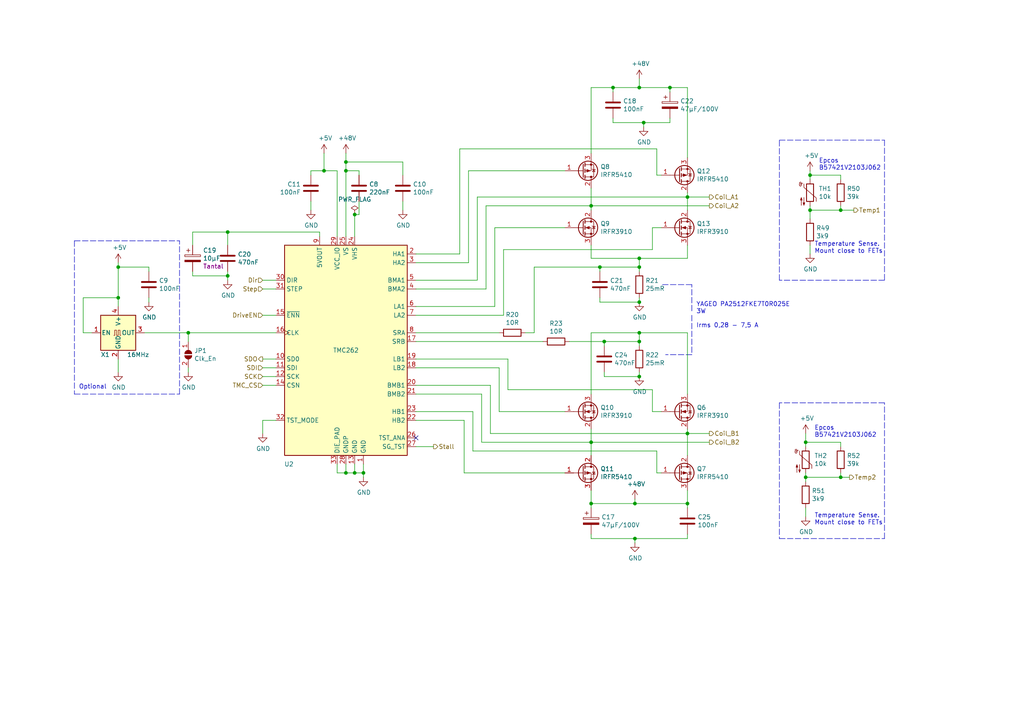
<source format=kicad_sch>
(kicad_sch (version 20211123) (generator eeschema)
  (paper "A4")
  (title_block (title "High Power Stepper Driver") (date "2019-12-19") (rev "1.0") (company "fordprfkt@googlemail.com") (comment 1 "Daniel Walter"))
  (lib_symbols
    (symbol "Device:C" (pin_numbers hide) (pin_names (offset 0.254))
      (property "Reference" "C" (at 0.635 2.54 0))
      (property "Value" "C" (at 0.635 -2.54 0))
      (symbol "C_0_1"
        (polyline (pts (xy -2.032 -0.762) (xy 2.032 -0.762)) (stroke (width 0.508)))
        (polyline (pts (xy -2.032 0.762) (xy 2.032 0.762)) (stroke (width 0.508)))
      )
      (symbol "C_1_1"
        (pin passive line (at 0 3.81 270) (length 2.794) (name "~") (number "1"))
        (pin passive line (at 0 -3.81 90) (length 2.794) (name "~") (number "2"))
      )
    )
    (symbol "Device:C_Polarized" (pin_numbers hide) (pin_names (offset 0.254))
      (property "Reference" "C" (at 0.635 2.54 0))
      (property "Value" "C_Polarized" (at 0.635 -2.54 0))
      (symbol "C_Polarized_0_1"
        (rectangle (start -2.286 0.508) (end 2.286 1.016))
        (polyline (pts (xy -1.778 2.286) (xy -0.762 2.286)))
        (polyline (pts (xy -1.27 2.794) (xy -1.27 1.778)))
        (rectangle (start 2.286 -0.508) (end -2.286 -1.016) (fill (type outline)))
      )
      (symbol "C_Polarized_1_1"
        (pin passive line (at 0 3.81 270) (length 2.794) (name "~") (number "1"))
        (pin passive line (at 0 -3.81 90) (length 2.794) (name "~") (number "2"))
      )
    )
    (symbol "Device:Q_NMOS_GDS" (pin_names (offset 0) hide)
      (property "Reference" "Q" (at 5.08 1.27 0))
      (property "Value" "Q_NMOS_GDS" (at 5.08 -1.27 0))
      (symbol "Q_NMOS_GDS_0_1"
        (polyline (pts (xy 0.254 0) (xy -2.54 0)))
        (polyline (pts (xy 0.254 1.905) (xy 0.254 -1.905)) (stroke (width 0.254)))
        (polyline (pts (xy 0.762 -1.27) (xy 0.762 -2.286)) (stroke (width 0.254)))
        (polyline (pts (xy 0.762 0.508) (xy 0.762 -0.508)) (stroke (width 0.254)))
        (polyline (pts (xy 0.762 2.286) (xy 0.762 1.27)) (stroke (width 0.254)))
        (polyline (pts (xy 2.54 2.54) (xy 2.54 1.778)))
        (polyline (pts (xy 2.54 -2.54) (xy 2.54 0) (xy 0.762 0)))
        (polyline (pts (xy 0.762 -1.778) (xy 3.302 -1.778) (xy 3.302 1.778) (xy 0.762 1.778)))
        (polyline (pts (xy 1.016 0) (xy 2.032 0.381) (xy 2.032 -0.381) (xy 1.016 0)) (fill (type outline)))
        (polyline (pts (xy 2.794 0.508) (xy 2.921 0.381) (xy 3.683 0.381) (xy 3.81 0.254)))
        (polyline (pts (xy 3.302 0.381) (xy 2.921 -0.254) (xy 3.683 -0.254) (xy 3.302 0.381)))
        (circle (center 1.651 0) (radius 2.794) (stroke (width 0.254)))
        (circle (center 2.54 -1.778) (radius 0.254) (fill (type outline)))
        (circle (center 2.54 1.778) (radius 0.254) (fill (type outline)))
      )
      (symbol "Q_NMOS_GDS_1_1"
        (pin input line (at -5.08 0 0) (length 2.54) (name "G") (number "1"))
        (pin passive line (at 2.54 5.08 270) (length 2.54) (name "D") (number "2"))
        (pin passive line (at 2.54 -5.08 90) (length 2.54) (name "S") (number "3"))
      )
    )
    (symbol "Device:Q_PMOS_GDS" (pin_names (offset 0) hide)
      (property "Reference" "Q" (at 5.08 1.27 0))
      (property "Value" "Q_PMOS_GDS" (at 5.08 -1.27 0))
      (symbol "Q_PMOS_GDS_0_1"
        (polyline (pts (xy 0.254 0) (xy -2.54 0)))
        (polyline (pts (xy 0.254 1.905) (xy 0.254 -1.905)) (stroke (width 0.254)))
        (polyline (pts (xy 0.762 -1.27) (xy 0.762 -2.286)) (stroke (width 0.254)))
        (polyline (pts (xy 0.762 0.508) (xy 0.762 -0.508)) (stroke (width 0.254)))
        (polyline (pts (xy 0.762 2.286) (xy 0.762 1.27)) (stroke (width 0.254)))
        (polyline (pts (xy 2.54 2.54) (xy 2.54 1.778)))
        (polyline (pts (xy 2.54 -2.54) (xy 2.54 0) (xy 0.762 0)))
        (polyline (pts (xy 0.762 1.778) (xy 3.302 1.778) (xy 3.302 -1.778) (xy 0.762 -1.778)))
        (polyline (pts (xy 2.286 0) (xy 1.27 0.381) (xy 1.27 -0.381) (xy 2.286 0)) (fill (type outline)))
        (polyline (pts (xy 2.794 -0.508) (xy 2.921 -0.381) (xy 3.683 -0.381) (xy 3.81 -0.254)))
        (polyline (pts (xy 3.302 -0.381) (xy 2.921 0.254) (xy 3.683 0.254) (xy 3.302 -0.381)))
        (circle (center 1.651 0) (radius 2.794) (stroke (width 0.254)))
        (circle (center 2.54 -1.778) (radius 0.254) (fill (type outline)))
        (circle (center 2.54 1.778) (radius 0.254) (fill (type outline)))
      )
      (symbol "Q_PMOS_GDS_1_1"
        (pin input line (at -5.08 0 0) (length 2.54) (name "G") (number "1"))
        (pin passive line (at 2.54 5.08 270) (length 2.54) (name "D") (number "2"))
        (pin passive line (at 2.54 -5.08 90) (length 2.54) (name "S") (number "3"))
      )
    )
    (symbol "Device:R" (pin_numbers hide) (pin_names (offset 0))
      (property "Reference" "R" (at 2.032 0 90))
      (property "Value" "R" (at 0 0 90))
      (symbol "R_0_1"
        (rectangle (start -1.016 -2.54) (end 1.016 2.54) (stroke (width 0.254)))
      )
      (symbol "R_1_1"
        (pin passive line (at 0 3.81 270) (length 1.27) (name "~") (number "1"))
        (pin passive line (at 0 -3.81 90) (length 1.27) (name "~") (number "2"))
      )
    )
    (symbol "Device:Thermistor_NTC" (pin_numbers hide) (pin_names (offset 0))
      (property "Reference" "TH" (at -4.445 0 90))
      (property "Value" "Thermistor_NTC" (at 3.175 0 90))
      (symbol "Thermistor_NTC_0_1"
        (arc (start -3.048 2.159) (mid -3.0505 2.3165) (end -3.175 2.413))
        (arc (start -3.048 2.159) (mid -2.9736 1.9794) (end -2.794 1.905))
        (arc (start -3.048 2.794) (mid -2.9736 2.6144) (end -2.794 2.54))
        (arc (start -2.794 1.905) (mid -2.6144 1.9794) (end -2.54 2.159))
        (arc (start -2.794 2.54) (mid -2.434 2.5608) (end -2.159 2.794))
        (arc (start -2.794 3.048) (mid -2.9736 2.9736) (end -3.048 2.794))
        (arc (start -2.54 2.794) (mid -2.6144 2.9736) (end -2.794 3.048))
        (rectangle (start -1.016 2.54) (end 1.016 -2.54) (stroke (width 0.254)))
        (polyline (pts (xy -2.54 2.159) (xy -2.54 2.794)))
        (polyline (pts (xy -1.778 2.54) (xy -1.778 1.524) (xy 1.778 -1.524) (xy 1.778 -2.54)))
        (polyline (pts (xy -2.54 -3.683) (xy -2.54 -1.397) (xy -2.794 -2.159) (xy -2.286 -2.159) (xy -2.54 -1.397) (xy -2.54 -1.651)) (fill (type outline)))
        (polyline (pts (xy -1.778 -1.397) (xy -1.778 -3.683) (xy -2.032 -2.921) (xy -1.524 -2.921) (xy -1.778 -3.683) (xy -1.778 -3.429)) (fill (type outline)))
      )
      (symbol "Thermistor_NTC_1_1"
        (pin passive line (at 0 3.81 270) (length 1.27) (name "~") (number "1"))
        (pin passive line (at 0 -3.81 90) (length 1.27) (name "~") (number "2"))
      )
    )
    (symbol "Driver_Motor:TMC262"
      (property "Reference" "U" (at 0 0 0))
      (property "Value" "TMC262" (at 0 2.54 0))
      (symbol "TMC262_0_1"
        (rectangle (start -17.78 30.48) (end 17.78 -30.48) (stroke (width 0.254)) (fill (type background)))
      )
      (symbol "TMC262_1_1"
        (pin power_in line (at 5.08 -33.02 90) (length 2.54) (name "GND") (number "1"))
        (pin tri_state line (at -20.32 -2.54 0) (length 2.54) (name "SD0") (number "10"))
        (pin input line (at -20.32 -5.08 0) (length 2.54) (name "SDI") (number "11"))
        (pin input line (at -20.32 -7.62 0) (length 2.54) (name "SCK") (number "12"))
        (pin power_in line (at 2.54 -33.02 90) (length 2.54) (name "GND") (number "13"))
        (pin input line (at -20.32 -10.16 0) (length 2.54) (name "CSN") (number "14"))
        (pin input line (at -20.32 10.16 0) (length 2.54) (name "~{ENN}") (number "15"))
        (pin input clock (at -20.32 5.08 0) (length 2.54) (name "CLK") (number "16"))
        (pin input line (at 20.32 2.54 180) (length 2.54) (name "SRB") (number "17"))
        (pin output line (at 20.32 -5.08 180) (length 2.54) (name "LB2") (number "18"))
        (pin output line (at 20.32 -2.54 180) (length 2.54) (name "LB1") (number "19"))
        (pin output line (at 20.32 27.94 180) (length 2.54) (name "HA1") (number "2"))
        (pin input line (at 20.32 -10.16 180) (length 2.54) (name "BMB1") (number "20"))
        (pin input line (at 20.32 -12.7 180) (length 2.54) (name "BMB2") (number "21"))
        (pin output line (at 20.32 -20.32 180) (length 2.54) (name "HB2") (number "22"))
        (pin output line (at 20.32 -17.78 180) (length 2.54) (name "HB1") (number "23"))
        (pin power_in line (at 2.54 33.02 270) (length 2.54) (name "VHS") (number "24"))
        (pin power_in line (at 0 33.02 270) (length 2.54) (name "VS") (number "25"))
        (pin output line (at 20.32 -25.4 180) (length 2.54) (name "TST_ANA") (number "26"))
        (pin output line (at 20.32 -27.94 180) (length 2.54) (name "SG_TST") (number "27"))
        (pin power_in line (at 0 -33.02 90) (length 2.54) (name "GNDP") (number "28"))
        (pin power_in line (at -2.54 33.02 270) (length 2.54) (name "VCC_IO") (number "29"))
        (pin output line (at 20.32 25.4 180) (length 2.54) (name "HA2") (number "3"))
        (pin input line (at -20.32 20.32 0) (length 2.54) (name "DIR") (number "30"))
        (pin input line (at -20.32 17.78 0) (length 2.54) (name "STEP") (number "31"))
        (pin input line (at -20.32 -20.32 0) (length 2.54) (name "TST_MODE") (number "32"))
        (pin input line (at -2.54 -33.02 90) (length 2.54) (name "DIE_PAD") (number "33"))
        (pin input line (at 20.32 17.78 180) (length 2.54) (name "BMA2") (number "4"))
        (pin input line (at 20.32 20.32 180) (length 2.54) (name "BMA1") (number "5"))
        (pin output line (at 20.32 12.7 180) (length 2.54) (name "LA1") (number "6"))
        (pin output line (at 20.32 10.16 180) (length 2.54) (name "LA2") (number "7"))
        (pin input line (at 20.32 5.08 180) (length 2.54) (name "SRA") (number "8"))
        (pin power_out line (at -7.62 33.02 270) (length 2.54) (name "5VOUT") (number "9"))
      )
    )
    (symbol "Jumper:SolderJumper_2_Open" (pin_names (offset 0) hide)
      (property "Reference" "JP" (at 0 2.032 0))
      (property "Value" "SolderJumper_2_Open" (at 0 -2.54 0))
      (symbol "SolderJumper_2_Open_0_1"
        (arc (start -0.254 1.016) (mid -1.27 0) (end -0.254 -1.016))
        (arc (start -0.254 1.016) (mid -1.27 0) (end -0.254 -1.016) (fill (type outline)))
        (polyline (pts (xy -0.254 1.016) (xy -0.254 -1.016)))
        (polyline (pts (xy 0.254 1.016) (xy 0.254 -1.016)))
        (arc (start 0.254 -1.016) (mid 1.27 0) (end 0.254 1.016))
        (arc (start 0.254 -1.016) (mid 1.27 0) (end 0.254 1.016) (fill (type outline)))
      )
      (symbol "SolderJumper_2_Open_1_1"
        (pin passive line (at -3.81 0 0) (length 2.54) (name "A") (number "1"))
        (pin passive line (at 3.81 0 180) (length 2.54) (name "B") (number "2"))
      )
    )
    (symbol "Oscillator:XO91" (pin_names (offset 0.254))
      (property "Reference" "X" (at -5.08 6.35 0))
      (property "Value" "XO91" (at 1.27 -6.35 0))
      (symbol "XO91_0_1"
        (rectangle (start -5.08 5.08) (end 5.08 -5.08) (stroke (width 0.254)) (fill (type background)))
        (polyline (pts (xy 0.762 -0.762) (xy 0.508 -0.762) (xy 0.508 0.762) (xy 0 0.762) (xy 0 -0.762) (xy -0.508 -0.762) (xy -0.508 0.762) (xy -1.016 0.762) (xy -1.016 -0.762) (xy -1.27 -0.762)))
      )
      (symbol "XO91_1_1"
        (pin input line (at -7.62 0 0) (length 2.54) (name "EN") (number "1"))
        (pin power_in line (at 0 -7.62 90) (length 2.54) (name "GND") (number "2"))
        (pin output line (at 7.62 0 180) (length 2.54) (name "OUT") (number "3"))
        (pin power_in line (at 0 7.62 270) (length 2.54) (name "V+") (number "4"))
      )
    )
    (symbol "power:+48V" (power) (pin_names (offset 0))
      (property "Value" "+48V" (at 0 3.556 0))
      (symbol "+48V_0_1"
        (polyline (pts (xy -0.762 1.27) (xy 0 2.54)))
        (polyline (pts (xy 0 0) (xy 0 2.54)))
        (polyline (pts (xy 0 2.54) (xy 0.762 1.27)))
      )
      (symbol "+48V_1_1"
        (pin power_in line (at 0 0 90) (length 0) hide (name "+48V") (number "1"))
      )
    )
    (symbol "power:+5V" (power) (pin_names (offset 0))
      (property "Value" "+5V" (at 0 3.556 0))
      (symbol "+5V_0_1"
        (polyline (pts (xy -0.762 1.27) (xy 0 2.54)))
        (polyline (pts (xy 0 0) (xy 0 2.54)))
        (polyline (pts (xy 0 2.54) (xy 0.762 1.27)))
      )
      (symbol "+5V_1_1"
        (pin power_in line (at 0 0 90) (length 0) hide (name "+5V") (number "1"))
      )
    )
    (symbol "power:GND" (power) (pin_names (offset 0))
      (property "Value" "GND" (at 0 -3.81 0))
      (symbol "GND_0_1"
        (polyline (pts (xy 0 0) (xy 0 -1.27) (xy 1.27 -1.27) (xy 0 -2.54) (xy -1.27 -1.27) (xy 0 -1.27)))
      )
      (symbol "GND_1_1"
        (pin power_in line (at 0 0 270) (length 0) hide (name "GND") (number "1"))
      )
    )
    (symbol "power:PWR_FLAG" (power) (pin_numbers hide) (pin_names (offset 0) hide)
      (property "Value" "PWR_FLAG" (at 0 3.81 0))
      (symbol "PWR_FLAG_0_0"
        (pin power_out line (at 0 0 90) (length 0) (name "pwr") (number "1"))
      )
      (symbol "PWR_FLAG_0_1"
        (polyline (pts (xy 0 0) (xy 0 1.27) (xy -1.016 1.905) (xy 0 2.54) (xy 1.016 1.905) (xy 0 1.27)))
      )
    )
  )
  (junction (at 34.29 86.36))
  (junction (at 185.42 77.47))
  (junction (at 100.33 49.53))
  (junction (at 234.95 50.8))
  (junction (at 105.41 137.16))
  (junction (at 243.84 60.96))
  (junction (at 194.31 25.4))
  (junction (at 34.29 77.47))
  (junction (at 185.42 87.63))
  (junction (at 234.95 60.96))
  (junction (at 175.26 99.06))
  (junction (at 66.04 67.31))
  (junction (at 102.87 137.16))
  (junction (at 171.45 146.05))
  (junction (at 199.39 125.73))
  (junction (at 100.33 46.99))
  (junction (at 171.45 59.69))
  (junction (at 93.98 49.53))
  (junction (at 173.99 77.47))
  (junction (at 185.42 96.52))
  (junction (at 66.04 80.01))
  (junction (at 177.8 25.4))
  (junction (at 233.68 138.43))
  (junction (at 186.69 35.56))
  (junction (at 185.42 25.4))
  (junction (at 54.61 96.52))
  (junction (at 185.42 99.06))
  (junction (at 184.15 146.05))
  (junction (at 100.33 137.16))
  (junction (at 185.42 109.22))
  (junction (at 199.39 146.05))
  (junction (at 199.39 57.15))
  (junction (at 184.15 156.21))
  (junction (at 185.42 74.93))
  (junction (at 102.87 62.23))
  (junction (at 233.68 128.27))
  (junction (at 171.45 128.27))
  (junction (at 243.84 138.43))
  (no_connect (at 120.65 127))
  (wire (pts (xy 146.05 91.44) (xy 146.05 72.39)))
  (wire (pts (xy 93.98 49.53) (xy 90.17 49.53)))
  (wire (pts (xy 116.84 50.8) (xy 116.84 46.99)))
  (wire (pts (xy 34.29 77.47) (xy 34.29 76.2)))
  (wire (pts (xy 171.45 74.93) (xy 185.42 74.93)))
  (wire (pts (xy 133.35 73.66) (xy 133.35 43.18)))
  (wire (pts (xy 171.45 114.3) (xy 171.45 96.52)))
  (wire (pts (xy 102.87 137.16) (xy 105.41 137.16)))
  (wire (pts (xy 76.2 83.82) (xy 80.01 83.82)))
  (wire (pts (xy 55.88 78.74) (xy 55.88 80.01)))
  (wire (pts (xy 186.69 35.56) (xy 194.31 35.56)))
  (wire (pts (xy 66.04 67.31) (xy 92.71 67.31)))
  (wire (pts (xy 184.15 156.21) (xy 199.39 156.21)))
  (polyline (pts (xy 256.54 156.21) (xy 256.54 116.84)))
  (wire (pts (xy 144.78 106.68) (xy 144.78 119.38)))
  (wire (pts (xy 189.23 113.03) (xy 189.23 119.38)))
  (wire (pts (xy 144.78 96.52) (xy 120.65 96.52)))
  (wire (pts (xy 234.95 63.5) (xy 234.95 60.96)))
  (wire (pts (xy 199.39 156.21) (xy 199.39 154.94)))
  (wire (pts (xy 205.74 128.27) (xy 171.45 128.27)))
  (wire (pts (xy 185.42 99.06) (xy 185.42 96.52)))
  (wire (pts (xy 199.39 146.05) (xy 199.39 147.32)))
  (wire (pts (xy 186.69 35.56) (xy 186.69 36.83)))
  (wire (pts (xy 140.97 59.69) (xy 140.97 83.82)))
  (wire (pts (xy 97.79 137.16) (xy 100.33 137.16)))
  (wire (pts (xy 199.39 96.52) (xy 199.39 114.3)))
  (wire (pts (xy 194.31 25.4) (xy 199.39 25.4)))
  (wire (pts (xy 134.62 121.92) (xy 134.62 137.16)))
  (polyline (pts (xy 21.59 114.3) (xy 52.07 114.3)))
  (wire (pts (xy 234.95 60.96) (xy 234.95 59.69)))
  (wire (pts (xy 142.24 125.73) (xy 199.39 125.73)))
  (wire (pts (xy 175.26 107.95) (xy 175.26 109.22)))
  (wire (pts (xy 80.01 96.52) (xy 54.61 96.52)))
  (wire (pts (xy 54.61 96.52) (xy 41.91 96.52)))
  (wire (pts (xy 120.65 121.92) (xy 134.62 121.92)))
  (wire (pts (xy 199.39 57.15) (xy 205.74 57.15)))
  (wire (pts (xy 190.5 137.16) (xy 191.77 137.16)))
  (wire (pts (xy 147.32 113.03) (xy 189.23 113.03)))
  (wire (pts (xy 66.04 67.31) (xy 55.88 67.31)))
  (polyline (pts (xy 256.54 116.84) (xy 226.06 116.84)))
  (wire (pts (xy 199.39 57.15) (xy 199.39 55.88)))
  (wire (pts (xy 189.23 119.38) (xy 191.77 119.38)))
  (wire (pts (xy 171.45 71.12) (xy 171.45 74.93)))
  (wire (pts (xy 143.51 66.04) (xy 163.83 66.04)))
  (wire (pts (xy 171.45 146.05) (xy 184.15 146.05)))
  (wire (pts (xy 185.42 25.4) (xy 194.31 25.4)))
  (wire (pts (xy 66.04 81.28) (xy 66.04 80.01)))
  (wire (pts (xy 102.87 68.58) (xy 102.87 62.23)))
  (wire (pts (xy 171.45 44.45) (xy 171.45 25.4)))
  (wire (pts (xy 189.23 66.04) (xy 191.77 66.04)))
  (wire (pts (xy 104.14 50.8) (xy 104.14 49.53)))
  (wire (pts (xy 26.67 96.52) (xy 24.13 96.52)))
  (wire (pts (xy 116.84 46.99) (xy 100.33 46.99)))
  (polyline (pts (xy 226.06 116.84) (xy 226.06 156.21)))
  (wire (pts (xy 173.99 86.36) (xy 173.99 87.63)))
  (wire (pts (xy 76.2 91.44) (xy 80.01 91.44)))
  (wire (pts (xy 199.39 146.05) (xy 199.39 142.24)))
  (wire (pts (xy 120.65 119.38) (xy 137.16 119.38)))
  (wire (pts (xy 97.79 68.58) (xy 97.79 49.53)))
  (wire (pts (xy 190.5 130.81) (xy 190.5 137.16)))
  (wire (pts (xy 165.1 99.06) (xy 175.26 99.06)))
  (wire (pts (xy 233.68 128.27) (xy 233.68 125.73)))
  (wire (pts (xy 157.48 99.06) (xy 120.65 99.06)))
  (wire (pts (xy 100.33 137.16) (xy 102.87 137.16)))
  (polyline (pts (xy 226.06 40.64) (xy 256.54 40.64)))
  (wire (pts (xy 185.42 109.22) (xy 185.42 107.95)))
  (wire (pts (xy 93.98 49.53) (xy 93.98 44.45)))
  (polyline (pts (xy 21.59 69.85) (xy 52.07 69.85)))
  (wire (pts (xy 173.99 87.63) (xy 185.42 87.63)))
  (wire (pts (xy 90.17 60.96) (xy 90.17 58.42)))
  (wire (pts (xy 120.65 129.54) (xy 125.73 129.54)))
  (wire (pts (xy 34.29 107.95) (xy 34.29 104.14)))
  (wire (pts (xy 120.65 104.14) (xy 147.32 104.14)))
  (wire (pts (xy 185.42 77.47) (xy 185.42 78.74)))
  (wire (pts (xy 233.68 139.7) (xy 233.68 138.43)))
  (wire (pts (xy 54.61 99.06) (xy 54.61 96.52)))
  (wire (pts (xy 105.41 137.16) (xy 105.41 138.43)))
  (wire (pts (xy 137.16 130.81) (xy 190.5 130.81)))
  (wire (pts (xy 185.42 74.93) (xy 199.39 74.93)))
  (wire (pts (xy 135.89 49.53) (xy 163.83 49.53)))
  (wire (pts (xy 34.29 88.9) (xy 34.29 86.36)))
  (wire (pts (xy 171.45 128.27) (xy 171.45 124.46)))
  (wire (pts (xy 233.68 138.43) (xy 233.68 137.16)))
  (wire (pts (xy 233.68 149.86) (xy 233.68 147.32)))
  (wire (pts (xy 104.14 62.23) (xy 104.14 58.42)))
  (wire (pts (xy 100.33 134.62) (xy 100.33 137.16)))
  (wire (pts (xy 171.45 25.4) (xy 177.8 25.4)))
  (wire (pts (xy 177.8 26.67) (xy 177.8 25.4)))
  (wire (pts (xy 120.65 111.76) (xy 142.24 111.76)))
  (wire (pts (xy 184.15 144.78) (xy 184.15 146.05)))
  (wire (pts (xy 24.13 86.36) (xy 34.29 86.36)))
  (wire (pts (xy 171.45 59.69) (xy 171.45 54.61)))
  (wire (pts (xy 134.62 137.16) (xy 163.83 137.16)))
  (wire (pts (xy 100.33 46.99) (xy 100.33 49.53)))
  (wire (pts (xy 133.35 43.18) (xy 190.5 43.18)))
  (wire (pts (xy 139.7 114.3) (xy 139.7 128.27)))
  (wire (pts (xy 243.84 129.54) (xy 243.84 128.27)))
  (polyline (pts (xy 200.66 102.87) (xy 193.04 102.87)))
  (wire (pts (xy 177.8 34.29) (xy 177.8 35.56)))
  (wire (pts (xy 146.05 72.39) (xy 189.23 72.39)))
  (wire (pts (xy 175.26 109.22) (xy 185.42 109.22)))
  (wire (pts (xy 234.95 50.8) (xy 234.95 52.07)))
  (wire (pts (xy 199.39 125.73) (xy 199.39 124.46)))
  (wire (pts (xy 243.84 52.07) (xy 243.84 50.8)))
  (wire (pts (xy 185.42 87.63) (xy 185.42 86.36)))
  (wire (pts (xy 138.43 57.15) (xy 199.39 57.15)))
  (wire (pts (xy 43.18 77.47) (xy 34.29 77.47)))
  (wire (pts (xy 138.43 81.28) (xy 138.43 57.15)))
  (wire (pts (xy 120.65 106.68) (xy 144.78 106.68)))
  (wire (pts (xy 185.42 96.52) (xy 199.39 96.52)))
  (wire (pts (xy 154.94 96.52) (xy 154.94 77.47)))
  (wire (pts (xy 243.84 60.96) (xy 234.95 60.96)))
  (wire (pts (xy 100.33 44.45) (xy 100.33 46.99)))
  (wire (pts (xy 135.89 76.2) (xy 135.89 49.53)))
  (wire (pts (xy 247.65 60.96) (xy 243.84 60.96)))
  (wire (pts (xy 243.84 138.43) (xy 233.68 138.43)))
  (polyline (pts (xy 256.54 81.28) (xy 226.06 81.28)))
  (wire (pts (xy 120.65 114.3) (xy 139.7 114.3)))
  (wire (pts (xy 243.84 137.16) (xy 243.84 138.43)))
  (wire (pts (xy 190.5 50.8) (xy 191.77 50.8)))
  (wire (pts (xy 234.95 73.66) (xy 234.95 71.12)))
  (wire (pts (xy 185.42 100.33) (xy 185.42 99.06)))
  (wire (pts (xy 190.5 43.18) (xy 190.5 50.8)))
  (wire (pts (xy 199.39 25.4) (xy 199.39 45.72)))
  (wire (pts (xy 173.99 77.47) (xy 185.42 77.47)))
  (wire (pts (xy 175.26 100.33) (xy 175.26 99.06)))
  (wire (pts (xy 102.87 62.23) (xy 104.14 62.23)))
  (wire (pts (xy 144.78 119.38) (xy 163.83 119.38)))
  (wire (pts (xy 80.01 121.92) (xy 76.2 121.92)))
  (polyline (pts (xy 200.66 91.44) (xy 200.66 102.87)))
  (polyline (pts (xy 200.66 90.17) (xy 200.66 82.55)))
  (wire (pts (xy 76.2 104.14) (xy 80.01 104.14)))
  (wire (pts (xy 173.99 78.74) (xy 173.99 77.47)))
  (wire (pts (xy 140.97 83.82) (xy 120.65 83.82)))
  (polyline (pts (xy 52.07 114.3) (xy 52.07 69.85)))
  (wire (pts (xy 171.45 154.94) (xy 171.45 156.21)))
  (wire (pts (xy 177.8 25.4) (xy 185.42 25.4)))
  (wire (pts (xy 90.17 49.53) (xy 90.17 50.8)))
  (wire (pts (xy 105.41 134.62) (xy 105.41 137.16)))
  (wire (pts (xy 171.45 142.24) (xy 171.45 146.05)))
  (wire (pts (xy 194.31 26.67) (xy 194.31 25.4)))
  (wire (pts (xy 120.65 76.2) (xy 135.89 76.2)))
  (wire (pts (xy 76.2 109.22) (xy 80.01 109.22)))
  (wire (pts (xy 24.13 96.52) (xy 24.13 86.36)))
  (wire (pts (xy 66.04 80.01) (xy 66.04 78.74)))
  (polyline (pts (xy 226.06 81.28) (xy 226.06 40.64)))
  (wire (pts (xy 185.42 74.93) (xy 185.42 77.47)))
  (wire (pts (xy 233.68 129.54) (xy 233.68 128.27)))
  (polyline (pts (xy 21.59 69.85) (xy 21.59 114.3)))
  (wire (pts (xy 80.01 106.68) (xy 76.2 106.68)))
  (wire (pts (xy 199.39 57.15) (xy 199.39 60.96)))
  (wire (pts (xy 55.88 80.01) (xy 66.04 80.01)))
  (wire (pts (xy 177.8 35.56) (xy 186.69 35.56)))
  (wire (pts (xy 171.45 96.52) (xy 185.42 96.52)))
  (wire (pts (xy 43.18 87.63) (xy 43.18 86.36)))
  (wire (pts (xy 171.45 132.08) (xy 171.45 128.27)))
  (wire (pts (xy 184.15 146.05) (xy 199.39 146.05)))
  (wire (pts (xy 104.14 49.53) (xy 100.33 49.53)))
  (wire (pts (xy 185.42 25.4) (xy 185.42 22.86)))
  (wire (pts (xy 143.51 88.9) (xy 143.51 66.04)))
  (wire (pts (xy 97.79 134.62) (xy 97.79 137.16)))
  (wire (pts (xy 147.32 104.14) (xy 147.32 113.03)))
  (wire (pts (xy 120.65 88.9) (xy 143.51 88.9)))
  (wire (pts (xy 189.23 72.39) (xy 189.23 66.04)))
  (wire (pts (xy 184.15 156.21) (xy 184.15 157.48)))
  (wire (pts (xy 76.2 121.92) (xy 76.2 125.73)))
  (wire (pts (xy 66.04 67.31) (xy 66.04 71.12)))
  (wire (pts (xy 100.33 49.53) (xy 100.33 68.58)))
  (polyline (pts (xy 226.06 156.21) (xy 256.54 156.21)))
  (wire (pts (xy 152.4 96.52) (xy 154.94 96.52)))
  (wire (pts (xy 80.01 111.76) (xy 76.2 111.76)))
  (wire (pts (xy 205.74 59.69) (xy 171.45 59.69)))
  (wire (pts (xy 175.26 99.06) (xy 185.42 99.06)))
  (wire (pts (xy 243.84 128.27) (xy 233.68 128.27)))
  (wire (pts (xy 139.7 128.27) (xy 171.45 128.27)))
  (wire (pts (xy 120.65 81.28) (xy 138.43 81.28)))
  (wire (pts (xy 55.88 67.31) (xy 55.88 71.12)))
  (wire (pts (xy 43.18 78.74) (xy 43.18 77.47)))
  (wire (pts (xy 199.39 74.93) (xy 199.39 71.12)))
  (wire (pts (xy 120.65 91.44) (xy 146.05 91.44)))
  (wire (pts (xy 80.01 81.28) (xy 76.2 81.28)))
  (wire (pts (xy 243.84 59.69) (xy 243.84 60.96)))
  (wire (pts (xy 142.24 111.76) (xy 142.24 125.73)))
  (wire (pts (xy 171.45 156.21) (xy 184.15 156.21)))
  (wire (pts (xy 171.45 60.96) (xy 171.45 59.69)))
  (wire (pts (xy 102.87 134.62) (xy 102.87 137.16)))
  (wire (pts (xy 194.31 35.56) (xy 194.31 34.29)))
  (wire (pts (xy 92.71 68.58) (xy 92.71 67.31)))
  (wire (pts (xy 54.61 107.95) (xy 54.61 106.68)))
  (wire (pts (xy 120.65 73.66) (xy 133.35 73.66)))
  (wire (pts (xy 243.84 50.8) (xy 234.95 50.8)))
  (wire (pts (xy 154.94 77.47) (xy 173.99 77.47)))
  (wire (pts (xy 171.45 146.05) (xy 171.45 147.32)))
  (wire (pts (xy 234.95 49.53) (xy 234.95 50.8)))
  (wire (pts (xy 116.84 58.42) (xy 116.84 60.96)))
  (wire (pts (xy 199.39 125.73) (xy 205.74 125.73)))
  (wire (pts (xy 34.29 86.36) (xy 34.29 77.47)))
  (wire (pts (xy 137.16 119.38) (xy 137.16 130.81)))
  (polyline (pts (xy 200.66 82.55) (xy 191.77 82.55)))
  (wire (pts (xy 97.79 49.53) (xy 93.98 49.53)))
  (wire (pts (xy 246.38 138.43) (xy 243.84 138.43)))
  (wire (pts (xy 140.97 59.69) (xy 171.45 59.69)))
  (polyline (pts (xy 256.54 40.64) (xy 256.54 81.28)))
  (wire (pts (xy 199.39 132.08) (xy 199.39 125.73)))
  (text "YAGEO PA2512FKE7T0R025E\n3W\n\nIrms 0,28 - 7,5 A" (at 201.93 95.25 0) (effects (font (size 1.27 1.27)) (justify left bottom)))
  (text "Epcos\nB57421V2103J062" (at 237.49 49.53 0) (effects (font (size 1.27 1.27)) (justify left bottom)))
  (text "Temperature Sense.\nMount close to FETs" (at 236.22 152.4 0) (effects (font (size 1.27 1.27)) (justify left bottom)))
  (text "Epcos\nB57421V2103J062" (at 236.22 127 0) (effects (font (size 1.27 1.27)) (justify left bottom)))
  (text "Temperature Sense.\nMount close to FETs" (at 236.22 73.66 0) (effects (font (size 1.27 1.27)) (justify left bottom)))
  (text "Optional" (at 22.86 113.03 0) (effects (font (size 1.27 1.27)) (justify left bottom)))
  (hierarchical_label "Coil_A2" (shape output) (at 205.74 59.69 0))
  (hierarchical_label "SDO" (shape output) (at 76.2 104.14 180))
  (hierarchical_label "Step" (shape input) (at 76.2 83.82 180))
  (hierarchical_label "DriveEN" (shape input) (at 76.2 91.44 180))
  (hierarchical_label "Coil_B1" (shape output) (at 205.74 125.73 0))
  (hierarchical_label "Temp1" (shape output) (at 247.65 60.96 0))
  (hierarchical_label "Coil_B2" (shape output) (at 205.74 128.27 0))
  (hierarchical_label "SCK" (shape input) (at 76.2 109.22 180))
  (hierarchical_label "Dir" (shape input) (at 76.2 81.28 180))
  (hierarchical_label "Coil_A1" (shape output) (at 205.74 57.15 0))
  (hierarchical_label "TMC_CS" (shape input) (at 76.2 111.76 180))
  (hierarchical_label "SDI" (shape input) (at 76.2 106.68 180))
  (hierarchical_label "Temp2" (shape output) (at 246.38 138.43 0))
  (hierarchical_label "Stall" (shape output) (at 125.73 129.54 0))
  (symbol (lib_id "Driver_Motor:TMC262") (at 100.33 101.6 0) (unit 1)
    (property "Reference" "U2" (at 83.82 134.62 0))
    (property "Value" "TMC262" (at 100.33 101.6 0))
    (property "Footprint" "Package_DFN_QFN:QFN-32-1EP_5x5mm_P0.5mm_EP3.45x3.45mm" (effects hide))
    (property "Datasheet" "https://www.trinamic.com/fileadmin/assets/Products/ICs_Documents/TMC262_Datasheet.pdf" (effects hide))
  )
  (symbol (lib_id "power:GND") (at 76.2 125.73 0) (unit 1)
    (property "Reference" "#PWR017" (effects hide))
    (property "Value" "GND" (at 76.327 130.1242 0))
  )
  (symbol (lib_id "power:GND") (at 105.41 138.43 0) (unit 1)
    (property "Reference" "#PWR021" (effects hide))
    (property "Value" "GND" (at 105.537 142.8242 0))
  )
  (symbol (lib_id "Device:C") (at 116.84 54.61 0) (unit 1)
    (property "Reference" "C10" (at 119.761 53.4416 0) (effects (justify left)))
    (property "Value" "100nF" (at 119.761 55.753 0) (effects (justify left)))
    (property "Footprint" "Capacitor_SMD:C_0805_2012Metric" (effects hide))
  )
  (symbol (lib_id "Device:C") (at 104.14 54.61 0) (unit 1)
    (property "Reference" "C8" (at 107.061 53.4416 0) (effects (justify left)))
    (property "Value" "220nF" (at 107.061 55.753 0) (effects (justify left)))
    (property "Footprint" "Capacitor_SMD:C_0805_2012Metric" (effects hide))
  )
  (symbol (lib_id "power:+48V") (at 100.33 44.45 0) (unit 1)
    (property "Reference" "#PWR020" (effects hide))
    (property "Value" "+48V" (at 100.711 40.0558 0))
  )
  (symbol (lib_id "power:GND") (at 116.84 60.96 0) (unit 1)
    (property "Reference" "#PWR022" (effects hide))
    (property "Value" "GND" (at 116.967 65.3542 0))
  )
  (symbol (lib_id "Device:C") (at 90.17 54.61 0) (mirror y) (unit 1)
    (property "Reference" "C11" (at 87.249 53.4416 0) (effects (justify left)))
    (property "Value" "100nF" (at 87.249 55.753 0) (effects (justify left)))
    (property "Footprint" "Capacitor_SMD:C_0805_2012Metric" (effects hide))
  )
  (symbol (lib_id "power:+5V") (at 93.98 44.45 0) (unit 1)
    (property "Reference" "#PWR019" (effects hide))
    (property "Value" "+5V" (at 94.361 40.0558 0))
  )
  (symbol (lib_id "power:GND") (at 90.17 60.96 0) (unit 1)
    (property "Reference" "#PWR018" (effects hide))
    (property "Value" "GND" (at 90.297 65.3542 0))
  )
  (symbol (lib_id "Device:C") (at 66.04 74.93 0) (unit 1)
    (property "Reference" "C20" (at 68.961 73.7616 0) (effects (justify left)))
    (property "Value" "470nF" (at 68.961 76.073 0) (effects (justify left)))
    (property "Footprint" "Capacitor_SMD:C_0805_2012Metric" (effects hide))
  )
  (symbol (lib_id "power:GND") (at 66.04 81.28 0) (unit 1)
    (property "Reference" "#PWR016" (effects hide))
    (property "Value" "GND" (at 66.167 85.6742 0))
  )
  (symbol (lib_id "Device:C") (at 173.99 82.55 0) (unit 1)
    (property "Reference" "C21" (at 176.911 81.3816 0) (effects (justify left)))
    (property "Value" "470nF" (at 176.911 83.693 0) (effects (justify left)))
    (property "Footprint" "Capacitor_SMD:C_0805_2012Metric" (effects hide))
  )
  (symbol (lib_id "Device:C") (at 175.26 104.14 0) (unit 1)
    (property "Reference" "C24" (at 178.181 102.9716 0) (effects (justify left)))
    (property "Value" "470nF" (at 178.181 105.283 0) (effects (justify left)))
    (property "Footprint" "Capacitor_SMD:C_0805_2012Metric" (effects hide))
  )
  (symbol (lib_id "power:+48V") (at 185.42 22.86 0) (unit 1)
    (property "Reference" "#PWR025" (effects hide))
    (property "Value" "+48V" (at 185.801 18.4658 0))
  )
  (symbol (lib_id "Oscillator:XO91") (at 34.29 96.52 0) (unit 1)
    (property "Reference" "X1" (at 29.21 102.87 0) (effects (justify left)))
    (property "Value" "16MHz" (at 36.83 102.87 0) (effects (justify left)))
    (property "Footprint" "Oscillator:Oscillator_SMD_EuroQuartz_XO53-4Pin_5.0x3.2mm_HandSoldering" (effects hide))
    (property "Datasheet" "http://cdn-reichelt.de/documents/datenblatt/B400/XO91.pdf" (effects hide))
  )
  (symbol (lib_id "Jumper:SolderJumper_2_Open") (at 54.61 102.87 270) (unit 1)
    (property "Reference" "JP1" (at 56.3372 101.7016 90) (effects (justify left)))
    (property "Value" "Clk_En" (at 56.3372 104.013 90) (effects (justify left)))
    (property "Footprint" "Jumper:SolderJumper-2_P1.3mm_Open_TrianglePad1.0x1.5mm" (effects hide))
  )
  (symbol (lib_id "Device:R") (at 185.42 82.55 0) (unit 1)
    (property "Reference" "R21" (at 187.198 81.3816 0) (effects (justify left)))
    (property "Value" "25mR" (at 187.198 83.693 0) (effects (justify left)))
    (property "Footprint" "Resistor_SMD:R_2512_6332Metric" (effects hide))
  )
  (symbol (lib_id "power:GND") (at 185.42 87.63 0) (unit 1)
    (property "Reference" "#PWR026" (effects hide))
    (property "Value" "GND" (at 185.547 92.0242 0))
  )
  (symbol (lib_id "Device:C") (at 43.18 82.55 0) (unit 1)
    (property "Reference" "C9" (at 46.101 81.3816 0) (effects (justify left)))
    (property "Value" "100nF" (at 46.101 83.693 0) (effects (justify left)))
    (property "Footprint" "Capacitor_SMD:C_0805_2012Metric" (effects hide))
  )
  (symbol (lib_id "power:+5V") (at 34.29 76.2 0) (unit 1)
    (property "Reference" "#PWR012" (effects hide))
    (property "Value" "+5V" (at 34.671 71.8058 0))
  )
  (symbol (lib_id "Device:R") (at 148.59 96.52 270) (unit 1)
    (property "Reference" "R20" (at 148.59 91.2622 90))
    (property "Value" "10R" (at 148.59 93.5736 90))
    (property "Footprint" "Resistor_SMD:R_0805_2012Metric" (effects hide))
  )
  (symbol (lib_id "Device:R") (at 161.29 99.06 270) (unit 1)
    (property "Reference" "R23" (at 161.29 93.8022 90))
    (property "Value" "10R" (at 161.29 96.1136 90))
    (property "Footprint" "Resistor_SMD:R_0805_2012Metric" (effects hide))
  )
  (symbol (lib_id "power:GND") (at 54.61 107.95 0) (unit 1)
    (property "Reference" "#PWR015" (effects hide))
    (property "Value" "GND" (at 54.737 112.3442 0))
  )
  (symbol (lib_id "power:GND") (at 34.29 107.95 0) (unit 1)
    (property "Reference" "#PWR013" (effects hide))
    (property "Value" "GND" (at 34.417 112.3442 0))
  )
  (symbol (lib_id "power:GND") (at 43.18 87.63 0) (unit 1)
    (property "Reference" "#PWR014" (effects hide))
    (property "Value" "GND" (at 43.307 92.0242 0))
  )
  (symbol (lib_id "Device:R") (at 185.42 104.14 0) (unit 1)
    (property "Reference" "R22" (at 187.198 102.9716 0) (effects (justify left)))
    (property "Value" "25mR" (at 187.198 105.283 0) (effects (justify left)))
    (property "Footprint" "Resistor_SMD:R_2512_6332Metric" (effects hide))
  )
  (symbol (lib_id "power:GND") (at 185.42 109.22 0) (unit 1)
    (property "Reference" "#PWR027" (effects hide))
    (property "Value" "GND" (at 185.547 113.6142 0))
  )
  (symbol (lib_id "power:+48V") (at 184.15 144.78 0) (unit 1)
    (property "Reference" "#PWR023" (effects hide))
    (property "Value" "+48V" (at 184.531 140.3858 0))
  )
  (symbol (lib_id "Device:C_Polarized") (at 55.88 74.93 0) (unit 1)
    (property "Reference" "C19" (at 58.8772 72.6186 0) (effects (justify left)))
    (property "Value" "10µF" (at 58.8772 74.93 0) (effects (justify left)))
    (property "Footprint" "Capacitor_Tantalum_SMD:CP_EIA-3528-21_Kemet-B" (effects hide))
    (property "Feld4" "Tantal" (at 58.8772 77.2414 0) (effects (justify left)))
  )
  (symbol (lib_id "Device:C_Polarized") (at 194.31 30.48 0) (unit 1)
    (property "Reference" "C22" (at 197.3072 29.3116 0) (effects (justify left)))
    (property "Value" "47µF/100V" (at 197.3072 31.623 0) (effects (justify left)))
    (property "Footprint" "Capacitor_SMD:CP_Elec_10x10" (effects hide))
  )
  (symbol (lib_id "Device:C") (at 177.8 30.48 0) (unit 1)
    (property "Reference" "C18" (at 180.721 29.3116 0) (effects (justify left)))
    (property "Value" "100nF" (at 180.721 31.623 0) (effects (justify left)))
    (property "Footprint" "Capacitor_SMD:C_0805_2012Metric" (effects hide))
  )
  (symbol (lib_id "power:GND") (at 186.69 36.83 0) (unit 1)
    (property "Reference" "#PWR028" (effects hide))
    (property "Value" "GND" (at 186.817 41.2242 0))
  )
  (symbol (lib_id "Device:Q_NMOS_GDS") (at 168.91 66.04 0) (unit 1)
    (property "Reference" "Q9" (at 174.1424 64.8716 0) (effects (justify left)))
    (property "Value" "IRFR3910" (at 174.1424 67.183 0) (effects (justify left)))
    (property "Footprint" "Package_TO_SOT_SMD:TO-252-2" (effects hide))
  )
  (symbol (lib_id "Device:Q_NMOS_GDS") (at 196.85 66.04 0) (unit 1)
    (property "Reference" "Q13" (at 202.0824 64.8716 0) (effects (justify left)))
    (property "Value" "IRFR3910" (at 202.0824 67.183 0) (effects (justify left)))
    (property "Footprint" "Package_TO_SOT_SMD:TO-252-2" (effects hide))
  )
  (symbol (lib_id "Device:Q_PMOS_GDS") (at 168.91 49.53 0) (mirror x) (unit 1)
    (property "Reference" "Q8" (at 174.1424 48.3616 0) (effects (justify left)))
    (property "Value" "IRFR5410" (at 174.1424 50.673 0) (effects (justify left)))
    (property "Footprint" "Package_TO_SOT_SMD:TO-252-2" (effects hide))
  )
  (symbol (lib_id "Device:C_Polarized") (at 171.45 151.13 0) (unit 1)
    (property "Reference" "C17" (at 174.4472 149.9616 0) (effects (justify left)))
    (property "Value" "47µF/100V" (at 174.4472 152.273 0) (effects (justify left)))
    (property "Footprint" "Capacitor_SMD:CP_Elec_10x10" (effects hide))
  )
  (symbol (lib_id "Device:C") (at 199.39 151.13 0) (unit 1)
    (property "Reference" "C25" (at 202.311 149.9616 0) (effects (justify left)))
    (property "Value" "100nF" (at 202.311 152.273 0) (effects (justify left)))
    (property "Footprint" "Capacitor_SMD:C_0805_2012Metric" (effects hide))
  )
  (symbol (lib_id "Device:Q_PMOS_GDS") (at 196.85 50.8 0) (mirror x) (unit 1)
    (property "Reference" "Q12" (at 202.0824 49.6316 0) (effects (justify left)))
    (property "Value" "IRFR5410" (at 202.0824 51.943 0) (effects (justify left)))
    (property "Footprint" "Package_TO_SOT_SMD:TO-252-2" (effects hide))
  )
  (symbol (lib_id "Device:Q_PMOS_GDS") (at 168.91 137.16 0) (unit 1)
    (property "Reference" "Q11" (at 174.1424 135.9916 0) (effects (justify left)))
    (property "Value" "IRFR5410" (at 174.1424 138.303 0) (effects (justify left)))
    (property "Footprint" "Package_TO_SOT_SMD:TO-252-2" (effects hide))
  )
  (symbol (lib_id "Device:Q_PMOS_GDS") (at 196.85 137.16 0) (unit 1)
    (property "Reference" "Q7" (at 202.0824 135.9916 0) (effects (justify left)))
    (property "Value" "IRFR5410" (at 202.0824 138.303 0) (effects (justify left)))
    (property "Footprint" "Package_TO_SOT_SMD:TO-252-2" (effects hide))
  )
  (symbol (lib_id "power:GND") (at 184.15 157.48 0) (unit 1)
    (property "Reference" "#PWR024" (effects hide))
    (property "Value" "GND" (at 184.277 161.8742 0))
  )
  (symbol (lib_id "Device:Q_NMOS_GDS") (at 168.91 119.38 0) (mirror x) (unit 1)
    (property "Reference" "Q10" (at 174.1424 118.2116 0) (effects (justify left)))
    (property "Value" "IRFR3910" (at 174.1424 120.523 0) (effects (justify left)))
    (property "Footprint" "Package_TO_SOT_SMD:TO-252-2" (effects hide))
  )
  (symbol (lib_id "Device:Q_NMOS_GDS") (at 196.85 119.38 0) (mirror x) (unit 1)
    (property "Reference" "Q6" (at 202.0824 118.2116 0) (effects (justify left)))
    (property "Value" "IRFR3910" (at 202.0824 120.523 0) (effects (justify left)))
    (property "Footprint" "Package_TO_SOT_SMD:TO-252-2" (effects hide))
  )
  (symbol (lib_id "Device:Thermistor_NTC") (at 234.95 55.88 0) (unit 1)
    (property "Reference" "TH1" (at 237.4392 54.7116 0) (effects (justify left)))
    (property "Value" "10k" (at 237.4392 57.023 0) (effects (justify left)))
    (property "Footprint" "Resistor_SMD:R_0805_2012Metric" (effects hide))
  )
  (symbol (lib_id "Device:Thermistor_NTC") (at 233.68 133.35 0) (unit 1)
    (property "Reference" "TH2" (at 236.1692 132.1816 0) (effects (justify left)))
    (property "Value" "10k" (at 236.1692 134.493 0) (effects (justify left)))
    (property "Footprint" "Resistor_SMD:R_0805_2012Metric" (effects hide))
  )
  (symbol (lib_id "Device:R") (at 233.68 143.51 0) (unit 1)
    (property "Reference" "R51" (at 235.458 142.3416 0) (effects (justify left)))
    (property "Value" "3k9" (at 235.458 144.653 0) (effects (justify left)))
    (property "Footprint" "Resistor_SMD:R_0805_2012Metric" (effects hide))
  )
  (symbol (lib_id "Device:R") (at 234.95 67.31 0) (unit 1)
    (property "Reference" "R49" (at 236.728 66.1416 0) (effects (justify left)))
    (property "Value" "3k9" (at 236.728 68.453 0) (effects (justify left)))
    (property "Footprint" "Resistor_SMD:R_0805_2012Metric" (effects hide))
  )
  (symbol (lib_id "power:+5V") (at 234.95 49.53 0) (unit 1)
    (property "Reference" "#PWR031" (effects hide))
    (property "Value" "+5V" (at 235.331 45.1358 0))
  )
  (symbol (lib_id "power:+5V") (at 233.68 125.73 0) (unit 1)
    (property "Reference" "#PWR029" (effects hide))
    (property "Value" "+5V" (at 234.061 121.3358 0))
  )
  (symbol (lib_id "power:GND") (at 233.68 149.86 0) (unit 1)
    (property "Reference" "#PWR030" (effects hide))
    (property "Value" "GND" (at 233.807 154.2542 0))
  )
  (symbol (lib_id "power:GND") (at 234.95 73.66 0) (unit 1)
    (property "Reference" "#PWR032" (effects hide))
    (property "Value" "GND" (at 235.077 78.0542 0))
  )
  (symbol (lib_id "Device:R") (at 243.84 55.88 0) (unit 1)
    (property "Reference" "R50" (at 245.618 54.7116 0) (effects (justify left)))
    (property "Value" "39k" (at 245.618 57.023 0) (effects (justify left)))
    (property "Footprint" "Resistor_SMD:R_0805_2012Metric" (effects hide))
  )
  (symbol (lib_id "Device:R") (at 243.84 133.35 0) (unit 1)
    (property "Reference" "R52" (at 245.618 132.1816 0) (effects (justify left)))
    (property "Value" "39k" (at 245.618 134.493 0) (effects (justify left)))
    (property "Footprint" "Resistor_SMD:R_0805_2012Metric" (effects hide))
  )
  (symbol (lib_id "power:PWR_FLAG") (at 102.87 62.23 0) (unit 1)
    (property "Reference" "#FLG0104" (effects hide))
    (property "Value" "PWR_FLAG" (at 102.87 57.8358 0))
  )
)
</source>
